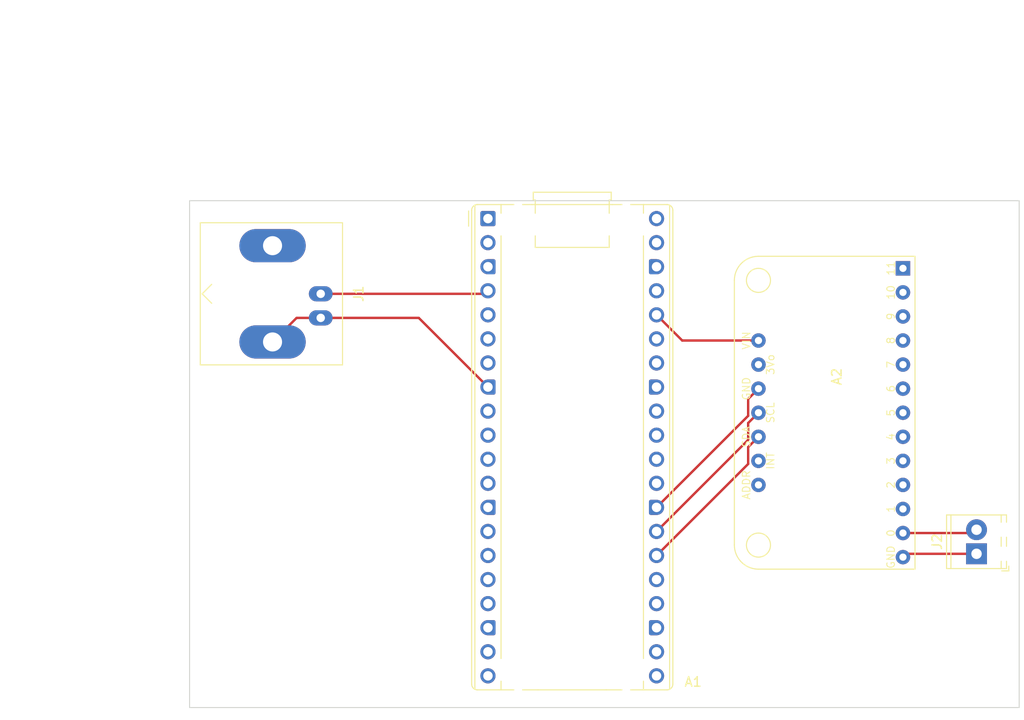
<source format=kicad_pcb>
(kicad_pcb (version 20241229) (generator "pcbnew") (generator_version "9.0")
  (layers (0 "F.Cu" signal) (2 "B.Cu" signal) (13 "F.Paste" user) (15 "B.Paste" user) (5 "F.SilkS" user "F.Silkscreen") (7 "B.SilkS" user "B.Silkscreen") (1 "F.Mask" user) (3 "B.Mask" user) (25 "Edge.Cuts" user))
  (net 0 "")
  (net 1 "GND")
  (net 3 "Net-(A1-GPIO2)")
  (net 9 "+3V3")
  (net 11 "/I2C0 SCL")
  (net 14 "/I2C0 SDA")
  (net 16 "Net-(J2-Pin_1)")
  (net 45 "Net-(A2-0)")
  (footprint "TerminalBlock_Phoenix:TerminalBlock_Phoenix_MPT-0,5-2-2.54_1x02_P2.54mm_Horizontal" (layer "F.Cu") (at 167 112.27 90)
    (property "Reference" "J2" (at 1.27 -4.16 90) (layer "F.SilkS"))
    (property "Value" "Screw_Terminal_01x02")
    (fp_line (start 4.1 -3.16) (end 4.1 3.16) (stroke (width 0.12)) (layer "F.SilkS"))
    (fp_line (start -1.56 -3.16) (end 4.1 -3.16) (stroke (width 0.12)) (layer "F.SilkS"))
    (fp_line (start -1.56 -3.16) (end -1.56 3.16) (stroke (width 0.12)) (layer "F.SilkS"))
    (fp_line (start -1.56 -2.7) (end 4.1 -2.7) (stroke (width 0.12)) (layer "F.SilkS"))
    (fp_line (start 3.33 2.6) (end 4.1 2.6) (stroke (width 0.12)) (layer "F.SilkS"))
    (fp_line (start 0.79 2.6) (end 1.75 2.6) (stroke (width 0.12)) (layer "F.SilkS"))
    (fp_line (start -1.56 2.6) (end -0.79 2.6) (stroke (width 0.12)) (layer "F.SilkS"))
    (fp_line (start -1.8 2.66) (end -1.8 3.4) (stroke (width 0.12)) (layer "F.SilkS"))
    (fp_line (start 3.33 3.16) (end 4.1 3.16) (stroke (width 0.12)) (layer "F.SilkS"))
    (fp_line (start 0.79 3.16) (end 1.75 3.16) (stroke (width 0.12)) (layer "F.SilkS"))
    (fp_line (start -1.56 3.16) (end -0.79 3.16) (stroke (width 0.12)) (layer "F.SilkS"))
    (fp_line (start -1.8 3.4) (end -1.3 3.4) (stroke (width 0.12)) (layer "F.SilkS"))
    (pad "" np_thru_hole circle (at 0 2.54 90) (size 1.1 1.1) (drill 1.1) (layers "*.Cu" "*.Mask"))
    (pad "" np_thru_hole circle (at 2.54 2.54 90) (size 1.1 1.1) (drill 1.1) (layers "*.Cu" "*.Mask"))
    (pad "1" thru_hole rect (at 0 0 90) (size 2.2 2.2) (drill 1.1) (layers "*.Cu" "*.Mask") (net 16 "Net-(J2-Pin_1)"))
    (pad "2" thru_hole circle (at 2.54 0 90) (size 2.2 2.2) (drill 1.1) (layers "*.Cu" "*.Mask") (net 45 "Net-(A2-0)"))
  )
  (footprint "Connector_Coaxial:BNC_Amphenol_B6252HB-NPP3G-50_Horizontal" (layer "F.Cu") (at 97.83 84.83 90)
    (property "Reference" "J1" (at 0 4 90) (layer "F.SilkS"))
    (property "Value" "Conn_Coaxial")
    (fp_line (start 7.5 -12.7) (end 7.5 2.3) (stroke (width 0.12)) (layer "F.SilkS"))
    (fp_line (start -7.5 -12.7) (end 7.5 -12.7) (stroke (width 0.12)) (layer "F.SilkS"))
    (fp_line (start 0 -12.5) (end 1 -11.5) (stroke (width 0.12)) (layer "F.SilkS"))
    (fp_line (start 0 -12.5) (end -1 -11.5) (stroke (width 0.12)) (layer "F.SilkS"))
    (fp_line (start 7.5 2.3) (end -7.5 2.3) (stroke (width 0.12)) (layer "F.SilkS"))
    (fp_line (start -7.5 2.3) (end -7.5 -12.7) (stroke (width 0.12)) (layer "F.SilkS"))
    (pad "1" thru_hole oval (at 0 0 90) (size 1.6 2.5) (drill 0.89) (layers "*.Cu" "*.Mask") (net 3 "Net-(A1-GPIO2)"))
    (pad "2" thru_hole oval (at -5.08 -5.08 90) (size 3.5 7) (drill 2.01) (layers "*.Cu" "*.Mask") (net 1 "GND"))
    (pad "2" thru_hole oval (at -2.54 0 90) (size 1.6 2.5) (drill 0.89) (layers "*.Cu" "*.Mask") (net 1 "GND"))
    (pad "2" thru_hole oval (at 5.08 -5.08 90) (size 3.5 7) (drill 2.01) (layers "*.Cu" "*.Mask") (net 1 "GND"))
  )
  (footprint "AG_Sensor:ADAFRUIT_MPR121" (layer "F.Cu") (at 152.89 94.84 -90)
    (property "Reference" "A2" (at -1.27 0.635 90) (layer "F.SilkS"))
    (property "Value" "ADAFRUIT_MPR121")
    (fp_line (start -11.43 11.43) (end 16.51 11.43) (stroke (width 0.12)) (layer "F.SilkS"))
    (fp_line (start 19.05 8.89) (end 19.05 -7.62) (stroke (width 0.12)) (layer "F.SilkS"))
    (fp_line (start -13.97 -7.62) (end -13.97 8.89) (stroke (width 0.12)) (layer "F.SilkS"))
    (fp_line (start 19.05 -7.62) (end -13.97 -7.62) (stroke (width 0.12)) (layer "F.SilkS"))
    (fp_arc (start -11.43 11.43) (mid -13.226051 10.686051) (end -13.97 8.89) (stroke (width 0.12)) (layer "F.SilkS"))
    (fp_arc (start 19.05 8.89) (mid 18.306051 10.686051) (end 16.51 11.43) (stroke (width 0.12)) (layer "F.SilkS"))
    (fp_circle (center -11.43 8.89) (end -10.16 8.89) (stroke (width 0.12)) (fill no) (layer "F.SilkS"))
    (fp_circle (center 16.51 8.89) (end 17.78 8.89) (stroke (width 0.12)) (fill no) (layer "F.SilkS"))
    (fp_text user "6" (at 0 -5.08 90) (layer "F.SilkS") (effects (font (size 0.8 0.8) (thickness 0.1))))
    (fp_text user "4" (at 5.08 -5.08 90) (layer "F.SilkS") (effects (font (size 0.8 0.8) (thickness 0.1))))
    (fp_text user "3Vo" (at -2.54 7.62 90) (layer "F.SilkS") (effects (font (size 0.8 0.8) (thickness 0.1))))
    (fp_text user "GND" (at 17.78 -5.08 90) (layer "F.SilkS") (effects (font (size 0.8 0.8) (thickness 0.1))))
    (fp_text user "0" (at 15.24 -5.08 90) (layer "F.SilkS") (effects (font (size 0.8 0.8) (thickness 0.1))))
    (fp_text user "9" (at -7.62 -5.08 90) (layer "F.SilkS") (effects (font (size 0.8 0.8) (thickness 0.1))))
    (fp_text user "5" (at 2.54 -5.08 90) (layer "F.SilkS") (effects (font (size 0.8 0.8) (thickness 0.1))))
    (fp_text user "SDA" (at 5.08 10.16 90) (layer "F.SilkS") (effects (font (size 0.8 0.8) (thickness 0.1))))
    (fp_text user "10" (at -10.16 -5.08 90) (layer "F.SilkS") (effects (font (size 0.8 0.8) (thickness 0.1))))
    (fp_text user "2" (at 10.16 -5.08 90) (layer "F.SilkS") (effects (font (size 0.8 0.8) (thickness 0.1))))
    (fp_text user "11" (at -12.7 -5.08 90) (layer "F.SilkS") (effects (font (size 0.8 0.8) (thickness 0.1))))
    (fp_text user "SCL" (at 2.54 7.62 90) (layer "F.SilkS") (effects (font (size 0.8 0.8) (thickness 0.1))))
    (fp_text user "ADDR" (at 10.16 10.16 90) (layer "F.SilkS") (effects (font (size 0.8 0.8) (thickness 0.1))))
    (fp_text user "GND" (at 0 10.16 90) (layer "F.SilkS") (effects (font (size 0.8 0.8) (thickness 0.1))))
    (fp_text user "INT" (at 7.62 7.62 90) (layer "F.SilkS") (effects (font (size 0.8 0.8) (thickness 0.1))))
    (fp_text user "3" (at 7.62 -5.08 90) (layer "F.SilkS") (effects (font (size 0.8 0.8) (thickness 0.1))))
    (fp_text user "7" (at -2.54 -5.08 90) (layer "F.SilkS") (effects (font (size 0.8 0.8) (thickness 0.1))))
    (fp_text user "1" (at 12.7 -5.08 90) (layer "F.SilkS") (effects (font (size 0.8 0.8) (thickness 0.1))))
    (fp_text user "8" (at -5.08 -5.08 90) (layer "F.SilkS") (effects (font (size 0.8 0.8) (thickness 0.1))))
    (fp_text user "VIN" (at -5.08 10.16 90) (layer "F.SilkS") (effects (font (size 0.8 0.8) (thickness 0.1))))
    (pad "1" thru_hole circle (at -5.08 8.89 270) (size 1.524 1.524) (drill 0.762) (layers "*.Cu" "*.Mask") (net 9 "+3V3"))
    (pad "2" thru_hole circle (at -2.54 8.89 270) (size 1.524 1.524) (drill 0.762) (layers "*.Cu" "*.Mask"))
    (pad "3" thru_hole circle (at 0 8.89 270) (size 1.524 1.524) (drill 0.762) (layers "*.Cu" "*.Mask") (net 1 "GND"))
    (pad "4" thru_hole circle (at 2.54 8.89 270) (size 1.524 1.524) (drill 0.762) (layers "*.Cu" "*.Mask") (net 11 "/I2C0 SCL"))
    (pad "5" thru_hole circle (at 5.08 8.89 270) (size 1.524 1.524) (drill 0.762) (layers "*.Cu" "*.Mask") (net 14 "/I2C0 SDA"))
    (pad "6" thru_hole circle (at 7.62 8.89 270) (size 1.524 1.524) (drill 0.762) (layers "*.Cu" "*.Mask"))
    (pad "7" thru_hole circle (at 10.16 8.89 270) (size 1.524 1.524) (drill 0.762) (layers "*.Cu" "*.Mask"))
    (pad "8" thru_hole circle (at 17.78 -6.35 270) (size 1.524 1.524) (drill 0.762) (layers "*.Cu" "*.Mask") (net 16 "Net-(J2-Pin_1)"))
    (pad "9" thru_hole circle (at 15.24 -6.35 270) (size 1.524 1.524) (drill 0.762) (layers "*.Cu" "*.Mask") (net 45 "Net-(A2-0)"))
    (pad "10" thru_hole circle (at 12.7 -6.35 270) (size 1.524 1.524) (drill 0.762) (layers "*.Cu" "*.Mask"))
    (pad "11" thru_hole circle (at 10.16 -6.35) (size 1.524 1.524) (drill 0.762) (layers "*.Cu" "*.Mask"))
    (pad "12" thru_hole circle (at 7.62 -6.35 270) (size 1.524 1.524) (drill 0.762) (layers "*.Cu" "*.Mask"))
    (pad "13" thru_hole circle (at 5.08 -6.35 270) (size 1.524 1.524) (drill 0.762) (layers "*.Cu" "*.Mask"))
    (pad "14" thru_hole circle (at 2.54 -6.35 270) (size 1.524 1.524) (drill 0.762) (layers "*.Cu" "*.Mask"))
    (pad "15" thru_hole circle (at 0 -6.35 270) (size 1.524 1.524) (drill 0.762) (layers "*.Cu" "*.Mask"))
    (pad "16" thru_hole circle (at -2.54 -6.35 270) (size 1.524 1.524) (drill 0.762) (layers "*.Cu" "*.Mask"))
    (pad "17" thru_hole circle (at -5.08 -6.35 270) (size 1.524 1.524) (drill 0.762) (layers "*.Cu" "*.Mask"))
    (pad "18" thru_hole circle (at -7.62 -6.35 270) (size 1.524 1.524) (drill 0.762) (layers "*.Cu" "*.Mask"))
    (pad "19" thru_hole circle (at -10.16 -6.35 270) (size 1.524 1.524) (drill 0.762) (layers "*.Cu" "*.Mask"))
    (pad "20" thru_hole rect (at -12.7 -6.35 270) (size 1.524 1.524) (drill 0.762) (layers "*.Cu" "*.Mask"))
  )
  (footprint "Module:RaspberryPi_Pico_Common_THT" (layer "F.Cu") (at 115.47 76.89)
    (property "Reference" "A1" (at 20.6375 48.895 0) (layer "F.SilkS") (effects (justify left)))
    (property "Value" "RaspberryPi_Pico")
    (fp_line (start -2.04 0.8) (end -2.04 -0.8) (stroke (width 0.12)) (layer "F.SilkS"))
    (fp_line (start -1.72 -0.87) (end -1.72 49.13) (stroke (width 0.12)) (layer "F.SilkS"))
    (fp_line (start -1.38 -1.417) (end -1.38 49.677) (stroke (width 0.12)) (layer "F.SilkS"))
    (fp_line (start -1.11 -1.48) (end 1.38 -1.48) (stroke (width 0.12)) (layer "F.SilkS"))
    (fp_line (start -1.11 49.74) (end 2.727939 49.74) (stroke (width 0.12)) (layer "F.SilkS"))
    (fp_line (start 1.38 -1.48) (end 1.38 -0.56648) (stroke (width 0.12)) (layer "F.SilkS"))
    (fp_line (start 1.38 -1.48) (end 2.72794 -1.48) (stroke (width 0.12)) (layer "F.SilkS"))
    (fp_line (start 1.38 1.82648) (end 1.38 46.43352) (stroke (width 0.12)) (layer "F.SilkS"))
    (fp_line (start 1.38 48.82648) (end 1.38 49.74) (stroke (width 0.12)) (layer "F.SilkS"))
    (fp_line (start 3.652061 -1.48) (end 4.655 -1.48) (stroke (width 0.12)) (layer "F.SilkS"))
    (fp_line (start 4.655 -1.48) (end 13.125 -1.48) (stroke (width 0.12)) (layer "F.SilkS"))
    (fp_line (start 4.78 -2.78) (end 4.78 -1.96) (stroke (width 0.12)) (layer "F.SilkS"))
    (fp_line (start 4.78 -2.78) (end 13 -2.78) (stroke (width 0.12)) (layer "F.SilkS"))
    (fp_line (start 4.78 -1.96) (end 4.99 -1.96) (stroke (width 0.12)) (layer "F.SilkS"))
    (fp_line (start 4.99 -1.96) (end 4.99 -0.564) (stroke (width 0.12)) (layer "F.SilkS"))
    (fp_line (start 4.99 1.824) (end 4.99 3.04) (stroke (width 0.12)) (layer "F.SilkS"))
    (fp_line (start 5.29 49.74) (end 3.652061 49.74) (stroke (width 0.12)) (layer "F.SilkS"))
    (fp_line (start 12.49 49.74) (end 5.29 49.74) (stroke (width 0.12)) (layer "F.SilkS"))
    (fp_line (start 12.79 -1.96) (end 12.79 -0.564) (stroke (width 0.12)) (layer "F.SilkS"))
    (fp_line (start 12.79 1.824) (end 12.79 3.04) (stroke (width 0.12)) (layer "F.SilkS"))
    (fp_line (start 12.79 3.04) (end 4.99 3.04) (stroke (width 0.12)) (layer "F.SilkS"))
    (fp_line (start 13 -2.78) (end 13 -1.96) (stroke (width 0.12)) (layer "F.SilkS"))
    (fp_line (start 13 -1.96) (end 12.79 -1.96) (stroke (width 0.12)) (layer "F.SilkS"))
    (fp_line (start 13.125 -1.48) (end 14.127939 -1.48) (stroke (width 0.12)) (layer "F.SilkS"))
    (fp_line (start 14.127939 49.74) (end 12.49 49.74) (stroke (width 0.12)) (layer "F.SilkS"))
    (fp_line (start 15.052061 -1.48) (end 16.4 -1.48) (stroke (width 0.12)) (layer "F.SilkS"))
    (fp_line (start 15.052061 49.74) (end 18.89 49.74) (stroke (width 0.12)) (layer "F.SilkS"))
    (fp_line (start 16.4 -1.48) (end 16.4 -0.56648) (stroke (width 0.12)) (layer "F.SilkS"))
    (fp_line (start 16.4 1.82648) (end 16.4 46.43352) (stroke (width 0.12)) (layer "F.SilkS"))
    (fp_line (start 16.4 48.82648) (end 16.4 49.74) (stroke (width 0.12)) (layer "F.SilkS"))
    (fp_line (start 18.89 -1.48) (end 16.4 -1.48) (stroke (width 0.12)) (layer "F.SilkS"))
    (fp_line (start 19.16 49.677) (end 19.16 -1.417) (stroke (width 0.12)) (layer "F.SilkS"))
    (fp_line (start 19.5 -0.87) (end 19.5 49.13) (stroke (width 0.12)) (layer "F.SilkS"))
    (fp_arc (start -1.72 -0.87) (mid -1.541335 -1.301335) (end -1.11 -1.48) (stroke (width 0.12)) (layer "F.SilkS"))
    (fp_arc (start -1.11 49.74) (mid -1.541364 49.561364) (end -1.72 49.13) (stroke (width 0.12)) (layer "F.SilkS"))
    (fp_arc (start 18.89 -1.48) (mid 19.321335 -1.301335) (end 19.5 -0.87) (stroke (width 0.12)) (layer "F.SilkS"))
    (fp_arc (start 19.5 49.13) (mid 19.321335 49.561335) (end 18.89 49.74) (stroke (width 0.12)) (layer "F.SilkS"))
    (pad "1" thru_hole roundrect (at 0 0) (size 1.6 1.6) (drill 1) (layers "*.Cu" "*.Mask") (roundrect_rratio 0.125))
    (pad "2" thru_hole circle (at 0 2.54) (size 1.6 1.6) (drill 1) (layers "*.Cu" "*.Mask"))
    (pad "3" thru_hole custom (at 0 5.08) (size 1.6 1.6) (drill 1) (layers "*.Cu" "*.Mask") (net 1 "GND") (options (clearance outline) (anchor circle)) (primitives (gr_poly (pts (xy 0.8 0.6) (xy 0.8 -0.6) (xy 0.6 -0.8) (xy 0 -0.8) (xy 0 0.8) (xy 0.6 0.8)) (width 0) (fill yes)) (gr_circle (center 0.6 0.6) (end 0.8 0.6) (width 0) (fill yes)) (gr_circle (center 0.6 -0.6) (end 0.8 -0.6) (width 0) (fill yes))))
    (pad "4" thru_hole circle (at 0 7.62) (size 1.6 1.6) (drill 1) (layers "*.Cu" "*.Mask") (net 3 "Net-(A1-GPIO2)"))
    (pad "5" thru_hole circle (at 0 10.16) (size 1.6 1.6) (drill 1) (layers "*.Cu" "*.Mask"))
    (pad "6" thru_hole circle (at 0 12.7) (size 1.6 1.6) (drill 1) (layers "*.Cu" "*.Mask"))
    (pad "7" thru_hole circle (at 0 15.24) (size 1.6 1.6) (drill 1) (layers "*.Cu" "*.Mask"))
    (pad "8" thru_hole custom (at 0 17.78) (size 1.6 1.6) (drill 1) (layers "*.Cu" "*.Mask") (net 1 "GND") (options (clearance outline) (anchor circle)) (primitives (gr_poly (pts (xy 0.8 0.6) (xy 0.8 -0.6) (xy 0.6 -0.8) (xy 0 -0.8) (xy 0 0.8) (xy 0.6 0.8)) (width 0) (fill yes)) (gr_circle (center 0.6 0.6) (end 0.8 0.6) (width 0) (fill yes)) (gr_circle (center 0.6 -0.6) (end 0.8 -0.6) (width 0) (fill yes))))
    (pad "9" thru_hole circle (at 0 20.32) (size 1.6 1.6) (drill 1) (layers "*.Cu" "*.Mask"))
    (pad "10" thru_hole circle (at 0 22.86) (size 1.6 1.6) (drill 1) (layers "*.Cu" "*.Mask"))
    (pad "11" thru_hole circle (at 0 25.4) (size 1.6 1.6) (drill 1) (layers "*.Cu" "*.Mask"))
    (pad "12" thru_hole circle (at 0 27.94) (size 1.6 1.6) (drill 1) (layers "*.Cu" "*.Mask"))
    (pad "13" thru_hole custom (at 0 30.48) (size 1.6 1.6) (drill 1) (layers "*.Cu" "*.Mask") (net 1 "GND") (options (clearance outline) (anchor circle)) (primitives (gr_poly (pts (xy 0.8 0.6) (xy 0.8 -0.6) (xy 0.6 -0.8) (xy 0 -0.8) (xy 0 0.8) (xy 0.6 0.8)) (width 0) (fill yes)) (gr_circle (center 0.6 0.6) (end 0.8 0.6) (width 0) (fill yes)) (gr_circle (center 0.6 -0.6) (end 0.8 -0.6) (width 0) (fill yes))))
    (pad "14" thru_hole circle (at 0 33.02) (size 1.6 1.6) (drill 1) (layers "*.Cu" "*.Mask"))
    (pad "15" thru_hole circle (at 0 35.56) (size 1.6 1.6) (drill 1) (layers "*.Cu" "*.Mask"))
    (pad "16" thru_hole circle (at 0 38.1) (size 1.6 1.6) (drill 1) (layers "*.Cu" "*.Mask"))
    (pad "17" thru_hole circle (at 0 40.64) (size 1.6 1.6) (drill 1) (layers "*.Cu" "*.Mask"))
    (pad "18" thru_hole custom (at 0 43.18) (size 1.6 1.6) (drill 1) (layers "*.Cu" "*.Mask") (net 1 "GND") (options (clearance outline) (anchor circle)) (primitives (gr_poly (pts (xy 0.8 0.6) (xy 0.8 -0.6) (xy 0.6 -0.8) (xy 0 -0.8) (xy 0 0.8) (xy 0.6 0.8)) (width 0) (fill yes)) (gr_circle (center 0.6 0.6) (end 0.8 0.6) (width 0) (fill yes)) (gr_circle (center 0.6 -0.6) (end 0.8 -0.6) (width 0) (fill yes))))
    (pad "19" thru_hole circle (at 0 45.72) (size 1.6 1.6) (drill 1) (layers "*.Cu" "*.Mask"))
    (pad "20" thru_hole circle (at 0 48.26) (size 1.6 1.6) (drill 1) (layers "*.Cu" "*.Mask"))
    (pad "21" thru_hole circle (at 17.78 48.26) (size 1.6 1.6) (drill 1) (layers "*.Cu" "*.Mask"))
    (pad "22" thru_hole circle (at 17.78 45.72) (size 1.6 1.6) (drill 1) (layers "*.Cu" "*.Mask"))
    (pad "23" thru_hole custom (at 17.78 43.18) (size 1.6 1.6) (drill 1) (layers "*.Cu" "*.Mask") (net 1 "GND") (options (clearance outline) (anchor circle)) (primitives (gr_poly (pts (xy -0.8 0.6) (xy -0.8 -0.6) (xy -0.6 -0.8) (xy 0 -0.8) (xy 0 0.8) (xy -0.6 0.8)) (width 0) (fill yes)) (gr_circle (center -0.6 0.6) (end -0.4 0.6) (width 0) (fill yes)) (gr_circle (center -0.6 -0.6) (end -0.4 -0.6) (width 0) (fill yes))))
    (pad "24" thru_hole circle (at 17.78 40.64) (size 1.6 1.6) (drill 1) (layers "*.Cu" "*.Mask"))
    (pad "25" thru_hole circle (at 17.78 38.1) (size 1.6 1.6) (drill 1) (layers "*.Cu" "*.Mask"))
    (pad "26" thru_hole circle (at 17.78 35.56) (size 1.6 1.6) (drill 1) (layers "*.Cu" "*.Mask") (net 14 "/I2C0 SDA"))
    (pad "27" thru_hole circle (at 17.78 33.02) (size 1.6 1.6) (drill 1) (layers "*.Cu" "*.Mask") (net 11 "/I2C0 SCL"))
    (pad "28" thru_hole custom (at 17.78 30.48) (size 1.6 1.6) (drill 1) (layers "*.Cu" "*.Mask") (net 1 "GND") (options (clearance outline) (anchor circle)) (primitives (gr_poly (pts (xy -0.8 0.6) (xy -0.8 -0.6) (xy -0.6 -0.8) (xy 0 -0.8) (xy 0 0.8) (xy -0.6 0.8)) (width 0) (fill yes)) (gr_circle (center -0.6 0.6) (end -0.4 0.6) (width 0) (fill yes)) (gr_circle (center -0.6 -0.6) (end -0.4 -0.6) (width 0) (fill yes))))
    (pad "29" thru_hole circle (at 17.78 27.94) (size 1.6 1.6) (drill 1) (layers "*.Cu" "*.Mask"))
    (pad "30" thru_hole circle (at 17.78 25.4) (size 1.6 1.6) (drill 1) (layers "*.Cu" "*.Mask"))
    (pad "31" thru_hole circle (at 17.78 22.86) (size 1.6 1.6) (drill 1) (layers "*.Cu" "*.Mask"))
    (pad "32" thru_hole circle (at 17.78 20.32) (size 1.6 1.6) (drill 1) (layers "*.Cu" "*.Mask"))
    (pad "33" thru_hole custom (at 17.78 17.78) (size 1.6 1.6) (drill 1) (layers "*.Cu" "*.Mask") (options (clearance outline) (anchor circle)) (primitives (gr_poly (pts (xy -0.8 0.6) (xy -0.8 -0.6) (xy -0.6 -0.8) (xy 0 -0.8) (xy 0 0.8) (xy -0.6 0.8)) (width 0) (fill yes)) (gr_circle (center -0.6 0.6) (end -0.4 0.6) (width 0) (fill yes)) (gr_circle (center -0.6 -0.6) (end -0.4 -0.6) (width 0) (fill yes))))
    (pad "34" thru_hole circle (at 17.78 15.24) (size 1.6 1.6) (drill 1) (layers "*.Cu" "*.Mask"))
    (pad "35" thru_hole circle (at 17.78 12.7) (size 1.6 1.6) (drill 1) (layers "*.Cu" "*.Mask"))
    (pad "36" thru_hole circle (at 17.78 10.16) (size 1.6 1.6) (drill 1) (layers "*.Cu" "*.Mask") (net 9 "+3V3"))
    (pad "37" thru_hole circle (at 17.78 7.62) (size 1.6 1.6) (drill 1) (layers "*.Cu" "*.Mask"))
    (pad "38" thru_hole custom (at 17.78 5.08) (size 1.6 1.6) (drill 1) (layers "*.Cu" "*.Mask") (net 1 "GND") (options (clearance outline) (anchor circle)) (primitives (gr_poly (pts (xy -0.8 0.6) (xy -0.8 -0.6) (xy -0.6 -0.8) (xy 0 -0.8) (xy 0 0.8) (xy -0.6 0.8)) (width 0) (fill yes)) (gr_circle (center -0.6 0.6) (end -0.4 0.6) (width 0) (fill yes)) (gr_circle (center -0.6 -0.6) (end -0.4 -0.6) (width 0) (fill yes))))
    (pad "39" thru_hole circle (at 17.78 2.54) (size 1.6 1.6) (drill 1) (layers "*.Cu" "*.Mask"))
    (pad "40" thru_hole circle (at 17.78 0) (size 1.6 1.6) (drill 1) (layers "*.Cu" "*.Mask"))
  )
  (gr_rect (start 84 75) (end 171.5 128.5) (stroke (width 0.1)) (fill no) (layer "Edge.Cuts"))
  (segment (start 144 94.84) (end 142.912 95.928) (width 0.25) (layer "F.Cu") (net 1))
  (segment (start 95.29 87.37) (end 97.83 87.37) (width 0.25) (layer "F.Cu") (net 1))
  (segment (start 92.75 89.91) (end 95.29 87.37) (width 0.25) (layer "F.Cu") (net 1))
  (segment (start 142.912 95.928) (end 142.912 97.708) (width 0.25) (layer "F.Cu") (net 1))
  (segment (start 142.912 97.708) (end 133.25 107.37) (width 0.25) (layer "F.Cu") (net 1))
  (segment (start 108.17 87.37) (end 115.47 94.67) (width 0.25) (layer "F.Cu") (net 1))
  (segment (start 97.83 87.37) (end 108.17 87.37) (width 0.25) (layer "F.Cu") (net 1))
  (segment (start 97.83 84.83) (end 115.15 84.83) (width 0.25) (layer "F.Cu") (net 3))
  (segment (start 115.15 84.83) (end 115.47 84.51) (width 0.25) (layer "F.Cu") (net 3))
  (segment (start 144 89.76) (end 135.96 89.76) (width 0.25) (layer "F.Cu") (net 9))
  (segment (start 135.96 89.76) (end 133.25 87.05) (width 0.25) (layer "F.Cu") (net 9))
  (segment (start 142.912 98.468) (end 142.912 100.248) (width 0.25) (layer "F.Cu") (net 11))
  (segment (start 142.912 100.248) (end 133.25 109.91) (width 0.25) (layer "F.Cu") (net 11))
  (segment (start 144 97.38) (end 142.912 98.468) (width 0.25) (layer "F.Cu") (net 11))
  (segment (start 144 99.92) (end 142.912 101.008) (width 0.25) (layer "F.Cu") (net 14))
  (segment (start 142.912 102.788) (end 133.25 112.45) (width 0.25) (layer "F.Cu") (net 14))
  (segment (start 142.912 101.008) (end 142.912 102.788) (width 0.25) (layer "F.Cu") (net 14))
  (segment (start 159.59 112.27) (end 159.24 112.62) (width 0.25) (layer "F.Cu") (net 16))
  (segment (start 167 112.27) (end 159.59 112.27) (width 0.25) (layer "F.Cu") (net 16))
  (segment (start 166.65 110.08) (end 167 109.73) (width 0.25) (layer "F.Cu") (net 45))
  (segment (start 159.24 110.08) (end 166.65 110.08) (width 0.25) (layer "F.Cu") (net 45))
)
</source>
